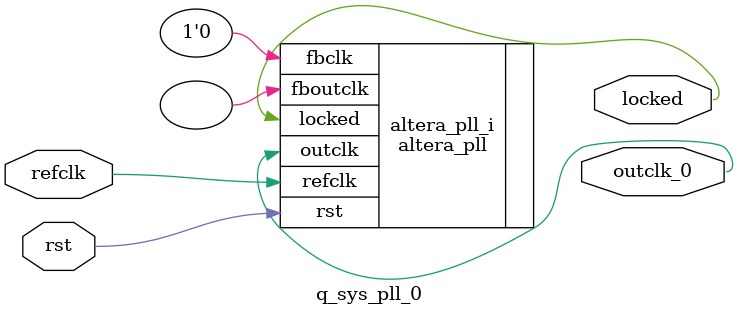
<source format=v>
`timescale 1ns/10ps
module  q_sys_pll_0(

	// interface 'refclk'
	input wire refclk,

	// interface 'reset'
	input wire rst,

	// interface 'outclk0'
	output wire outclk_0,

	// interface 'locked'
	output wire locked
);

	altera_pll #(
		.fractional_vco_multiplier("true"),
		.reference_clock_frequency("100.0 MHz"),
		.operation_mode("direct"),
		.number_of_clocks(1),
		.output_clock_frequency0("133.333328 MHz"),
		.phase_shift0("0 ps"),
		.duty_cycle0(50),
		.output_clock_frequency1("0 MHz"),
		.phase_shift1("0 ps"),
		.duty_cycle1(50),
		.output_clock_frequency2("0 MHz"),
		.phase_shift2("0 ps"),
		.duty_cycle2(50),
		.output_clock_frequency3("0 MHz"),
		.phase_shift3("0 ps"),
		.duty_cycle3(50),
		.output_clock_frequency4("0 MHz"),
		.phase_shift4("0 ps"),
		.duty_cycle4(50),
		.output_clock_frequency5("0 MHz"),
		.phase_shift5("0 ps"),
		.duty_cycle5(50),
		.output_clock_frequency6("0 MHz"),
		.phase_shift6("0 ps"),
		.duty_cycle6(50),
		.output_clock_frequency7("0 MHz"),
		.phase_shift7("0 ps"),
		.duty_cycle7(50),
		.output_clock_frequency8("0 MHz"),
		.phase_shift8("0 ps"),
		.duty_cycle8(50),
		.output_clock_frequency9("0 MHz"),
		.phase_shift9("0 ps"),
		.duty_cycle9(50),
		.output_clock_frequency10("0 MHz"),
		.phase_shift10("0 ps"),
		.duty_cycle10(50),
		.output_clock_frequency11("0 MHz"),
		.phase_shift11("0 ps"),
		.duty_cycle11(50),
		.output_clock_frequency12("0 MHz"),
		.phase_shift12("0 ps"),
		.duty_cycle12(50),
		.output_clock_frequency13("0 MHz"),
		.phase_shift13("0 ps"),
		.duty_cycle13(50),
		.output_clock_frequency14("0 MHz"),
		.phase_shift14("0 ps"),
		.duty_cycle14(50),
		.output_clock_frequency15("0 MHz"),
		.phase_shift15("0 ps"),
		.duty_cycle15(50),
		.output_clock_frequency16("0 MHz"),
		.phase_shift16("0 ps"),
		.duty_cycle16(50),
		.output_clock_frequency17("0 MHz"),
		.phase_shift17("0 ps"),
		.duty_cycle17(50),
		.pll_type("General"),
		.pll_subtype("General")
	) altera_pll_i (
		.rst	(rst),
		.outclk	({outclk_0}),
		.locked	(locked),
		.fboutclk	( ),
		.fbclk	(1'b0),
		.refclk	(refclk)
	);
endmodule


</source>
